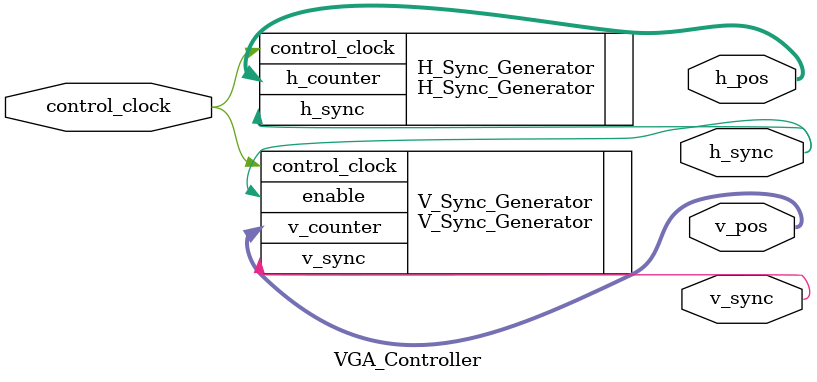
<source format=v>
module VGA_Controller #(parameter ZERO = 0, 
											 THRESHOLD_HSYNC   = 11'b10000110000,
											 THRESHOLD_VSYNC   = 11'b10000110000,
											 WHOLE_FRAME_VERTICAL = 11'b10100110000,
											 WHOLE_FRAME_HORIZONTAL = 806,
											 COUNTER_SIZE = 11)(
		input 	control_clock,
		output 			 v_sync,
		output 			 h_sync,
		output [COUNTER_SIZE - 1 : 0] h_pos,
		output [COUNTER_SIZE - 1 : 0] v_pos
    );

	H_Sync_Generator #(ZERO, THRESHOLD_HSYNC, WHOLE_FRAME_HORIZONTAL, COUNTER_SIZE) H_Sync_Generator (
		.control_clock(control_clock),
		.h_sync(h_sync),
		.h_counter(h_pos)
    );
	 
	V_Sync_Generator #(ZERO, THRESHOLD_VSYNC, WHOLE_FRAME_VERTICAL, COUNTER_SIZE) V_Sync_Generator(
		.control_clock(control_clock),
		.v_sync(v_sync),
		.enable(h_sync),
		.v_counter(v_pos)
	 );
	
endmodule

</source>
